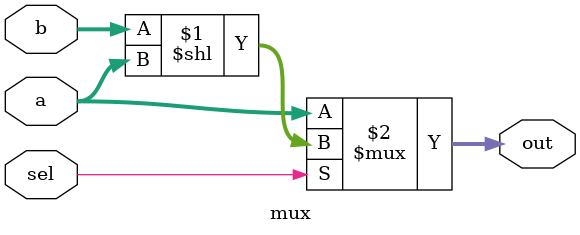
<source format=v>
module mux( 
input [4:0] a, b,
input sel,
output [4:0] out );
// When sel=0, assign a to out. 
// When sel=1, assign b to out. 
// * sel=2, assign out = sel? 

assign out = sel? b << a : a;
//assign out = sel? b << b : a;
endmodule

</source>
